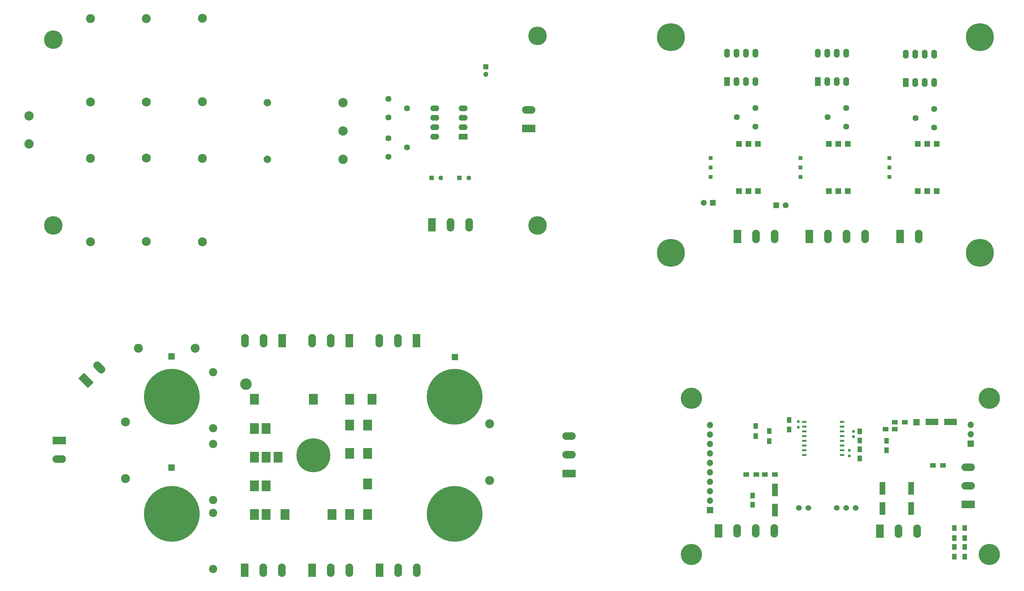
<source format=gts>
G04 #@! TF.FileFunction,Soldermask,Top*
%FSLAX46Y46*%
G04 Gerber Fmt 4.6, Leading zero omitted, Abs format (unit mm)*
G04 Created by KiCad (PCBNEW 4.0.6) date 2017 August 07, Monday 22:44:53*
%MOMM*%
%LPD*%
G01*
G04 APERTURE LIST*
%ADD10C,0.100000*%
%ADD11R,2.100000X3.600000*%
%ADD12O,2.100000X3.600000*%
%ADD13R,2.400000X1.600000*%
%ADD14O,2.400000X1.600000*%
%ADD15R,1.350000X1.350000*%
%ADD16O,1.350000X1.350000*%
%ADD17R,3.600000X2.100000*%
%ADD18O,3.600000X2.100000*%
%ADD19C,2.400000*%
%ADD20O,2.400000X2.400000*%
%ADD21C,2.500000*%
%ADD22R,1.300000X1.300000*%
%ADD23C,1.300000*%
%ADD24C,5.000000*%
%ADD25C,2.000000*%
%ADD26C,1.620000*%
%ADD27C,9.100000*%
%ADD28R,2.400000X3.000000*%
%ADD29C,3.100000*%
%ADD30R,1.700000X1.700000*%
%ADD31C,2.200000*%
%ADD32C,15.000000*%
%ADD33C,2.100000*%
%ADD34O,1.700000X1.700000*%
%ADD35R,1.250000X1.500000*%
%ADD36R,1.500000X1.250000*%
%ADD37R,1.500000X1.300000*%
%ADD38R,3.500000X1.800000*%
%ADD39R,1.300000X1.500000*%
%ADD40R,1.143000X0.508000*%
%ADD41R,1.600000X3.500000*%
%ADD42C,1.524000*%
%ADD43C,5.700000*%
%ADD44R,0.750000X0.800000*%
%ADD45R,1.600000X2.400000*%
%ADD46O,1.600000X2.400000*%
%ADD47R,1.600000X1.600000*%
%ADD48C,1.600000*%
%ADD49R,1.100000X1.100000*%
%ADD50R,1.500000X1.500000*%
%ADD51C,7.500000*%
G04 APERTURE END LIST*
D10*
D11*
X131445000Y-79476600D03*
D12*
X136445000Y-79476600D03*
X141445000Y-79476600D03*
D13*
X139827000Y-55753000D03*
D14*
X132207000Y-48133000D03*
X139827000Y-53213000D03*
X132207000Y-50673000D03*
X139827000Y-50673000D03*
X132207000Y-53213000D03*
X139827000Y-48133000D03*
X132207000Y-55753000D03*
D15*
X145923000Y-36957000D03*
D16*
X145923000Y-38957000D03*
D17*
X157454600Y-53568600D03*
D18*
X157454600Y-48568600D03*
D19*
X39751000Y-61595000D03*
D20*
X39751000Y-83995000D03*
D19*
X39769000Y-46431200D03*
D20*
X39769000Y-24031200D03*
D19*
X54769000Y-83947000D03*
D20*
X54769000Y-61547000D03*
D19*
X54769000Y-24003000D03*
D20*
X54769000Y-46403000D03*
D19*
X69769000Y-61595000D03*
D20*
X69769000Y-83995000D03*
D19*
X69769000Y-46355000D03*
D20*
X69769000Y-23955000D03*
D21*
X23241000Y-57665000D03*
X23241000Y-50165000D03*
D22*
X131318000Y-66802000D03*
D23*
X133818000Y-66802000D03*
D22*
X138811000Y-66802000D03*
D23*
X141311000Y-66802000D03*
D24*
X159769000Y-28645000D03*
X159769000Y-79645000D03*
X29769000Y-79645000D03*
X29769000Y-29645000D03*
D25*
X87249000Y-61849000D03*
X87249000Y-46609000D03*
D21*
X107569000Y-61849000D03*
X107569000Y-54229000D03*
X107569000Y-46609000D03*
D26*
X119735600Y-45596800D03*
X124735600Y-48096800D03*
X119735600Y-50596800D03*
X119735600Y-56163200D03*
X124735600Y-58663200D03*
X119735600Y-61163200D03*
D27*
X99562000Y-141402000D03*
D28*
X83762000Y-126372000D03*
X83762000Y-149632000D03*
X83762000Y-134222000D03*
X86942000Y-149632000D03*
X86942000Y-134222000D03*
X83762000Y-141922000D03*
X86942000Y-141922000D03*
X90112000Y-141922000D03*
X83762000Y-157322000D03*
X86942000Y-157322000D03*
X91942000Y-157322000D03*
X99562000Y-126372000D03*
X104562000Y-157322000D03*
X109362000Y-157322000D03*
X114162000Y-157322000D03*
X114162000Y-149122000D03*
X109362000Y-133332000D03*
X109362000Y-126372000D03*
X109362000Y-140922000D03*
X114162000Y-140922000D03*
X114162000Y-133332000D03*
X115362000Y-126372000D03*
D29*
X81462000Y-122302000D03*
D30*
X61518800Y-114858800D03*
X61518800Y-144703800D03*
X137591800Y-114985800D03*
D31*
X72644000Y-171958000D03*
X72644000Y-156958000D03*
X72644000Y-153416000D03*
X72644000Y-138416000D03*
X72644000Y-134112000D03*
X72644000Y-119112000D03*
D19*
X146939000Y-132969000D03*
D20*
X146939000Y-148209000D03*
D19*
X49149000Y-147701000D03*
D20*
X49149000Y-132461000D03*
D19*
X67818000Y-112649000D03*
D20*
X52578000Y-112649000D03*
D32*
X137562000Y-157152000D03*
X137562000Y-125652000D03*
X61562000Y-125652000D03*
X61562000Y-157152000D03*
D11*
X91186000Y-110617000D03*
D12*
X86186000Y-110617000D03*
X81186000Y-110617000D03*
D11*
X81127600Y-172339000D03*
D12*
X86127600Y-172339000D03*
X91127600Y-172339000D03*
D11*
X109220000Y-110617000D03*
D12*
X104220000Y-110617000D03*
X99220000Y-110617000D03*
D11*
X99263200Y-172339000D03*
D12*
X104263200Y-172339000D03*
X109263200Y-172339000D03*
D11*
X127254000Y-110617000D03*
D12*
X122254000Y-110617000D03*
X117254000Y-110617000D03*
D11*
X117348000Y-172339000D03*
D12*
X122348000Y-172339000D03*
X127348000Y-172339000D03*
D17*
X168275000Y-146304000D03*
D18*
X168275000Y-141304000D03*
X168275000Y-136304000D03*
D17*
X31369000Y-137414000D03*
D18*
X31369000Y-142414000D03*
D10*
G36*
X39062130Y-123300254D02*
X36516546Y-120754670D01*
X38001470Y-119269746D01*
X40547054Y-121815330D01*
X39062130Y-123300254D01*
X39062130Y-123300254D01*
G37*
D33*
X41537004Y-117219136D02*
X42597664Y-118279796D01*
D30*
X276092000Y-138329000D03*
D34*
X276092000Y-135789000D03*
X276092000Y-133249000D03*
D17*
X275492000Y-154629000D03*
D18*
X275492000Y-149629000D03*
X275492000Y-144629000D03*
D35*
X227392000Y-134479000D03*
X227392000Y-131979000D03*
D36*
X255742000Y-134429000D03*
X253242000Y-134429000D03*
D35*
X253492000Y-137561000D03*
X253492000Y-140061000D03*
X246316500Y-134957500D03*
X246316500Y-137457500D03*
X246316500Y-139783500D03*
X246316500Y-142283500D03*
D37*
X223536500Y-146558000D03*
X220836500Y-146558000D03*
D38*
X270724000Y-132461000D03*
X265724000Y-132461000D03*
D30*
X206092000Y-156129000D03*
D34*
X206092000Y-153589000D03*
X206092000Y-151049000D03*
X206092000Y-148509000D03*
X206092000Y-145969000D03*
X206092000Y-143429000D03*
X206092000Y-140889000D03*
X206092000Y-138349000D03*
X206092000Y-135809000D03*
X206092000Y-133269000D03*
D11*
X208407000Y-161734500D03*
D12*
X213407000Y-161734500D03*
X218407000Y-161734500D03*
X223407000Y-161734500D03*
D11*
X251714000Y-161861500D03*
D12*
X256714000Y-161861500D03*
X261714000Y-161861500D03*
D39*
X218376500Y-133587500D03*
X218376500Y-136287500D03*
D37*
X215820000Y-146558000D03*
X218520000Y-146558000D03*
D39*
X221996000Y-134921000D03*
X221996000Y-137621000D03*
D37*
X258442000Y-132529000D03*
X255742000Y-132529000D03*
X265985000Y-144145000D03*
X268685000Y-144145000D03*
D39*
X271742000Y-161029000D03*
X271742000Y-163729000D03*
X274492000Y-163729000D03*
X274492000Y-161029000D03*
D30*
X261592000Y-132529000D03*
D40*
X231394000Y-132461000D03*
X231394000Y-133731000D03*
X231394000Y-135001000D03*
X231394000Y-136271000D03*
X231394000Y-137541000D03*
X231394000Y-138811000D03*
X231394000Y-140081000D03*
X231394000Y-141351000D03*
X241554000Y-141351000D03*
X241554000Y-140081000D03*
X241554000Y-138811000D03*
X241554000Y-137541000D03*
X241554000Y-136271000D03*
X241554000Y-135001000D03*
X241554000Y-133731000D03*
X241554000Y-132461000D03*
D41*
X223583500Y-156179500D03*
X223583500Y-150779500D03*
D35*
X217551000Y-154729500D03*
X217551000Y-152229500D03*
D41*
X252412500Y-150335000D03*
X252412500Y-155735000D03*
X260096000Y-155735000D03*
X260096000Y-150335000D03*
D39*
X271742000Y-168729000D03*
X271742000Y-166029000D03*
X274492000Y-168729000D03*
X274492000Y-166029000D03*
D42*
X229997000Y-155575000D03*
X232537000Y-155575000D03*
X240157000Y-155575000D03*
X242697000Y-155575000D03*
X245237000Y-155575000D03*
D43*
X201092000Y-126129000D03*
X201092000Y-168129000D03*
X281092000Y-126129000D03*
X281092000Y-168129000D03*
D44*
X229792000Y-133879000D03*
X229792000Y-132379000D03*
X244592000Y-134979000D03*
X244592000Y-136479000D03*
X243492000Y-140079000D03*
X243492000Y-141579000D03*
D11*
X213487000Y-82550000D03*
D12*
X218487000Y-82550000D03*
X223487000Y-82550000D03*
D11*
X232791000Y-82550000D03*
D12*
X237791000Y-82550000D03*
X242791000Y-82550000D03*
X247791000Y-82550000D03*
D11*
X257175000Y-82550000D03*
D12*
X262175000Y-82550000D03*
D45*
X235077000Y-40894000D03*
D46*
X242697000Y-33274000D03*
X237617000Y-40894000D03*
X240157000Y-33274000D03*
X240157000Y-40894000D03*
X237617000Y-33274000D03*
X242697000Y-40894000D03*
X235077000Y-33274000D03*
D45*
X258699000Y-41148000D03*
D46*
X266319000Y-33528000D03*
X261239000Y-41148000D03*
X263779000Y-33528000D03*
X263779000Y-41148000D03*
X261239000Y-33528000D03*
X266319000Y-41148000D03*
X258699000Y-33528000D03*
D45*
X210693000Y-40894000D03*
D46*
X218313000Y-33274000D03*
X213233000Y-40894000D03*
X215773000Y-33274000D03*
X215773000Y-40894000D03*
X213233000Y-33274000D03*
X218313000Y-40894000D03*
X210693000Y-33274000D03*
D47*
X206883000Y-73533000D03*
D48*
X204383000Y-73533000D03*
D47*
X223901000Y-74168000D03*
D48*
X226401000Y-74168000D03*
D26*
X218313000Y-53006000D03*
X213313000Y-50506000D03*
X218313000Y-48006000D03*
X242697000Y-53006000D03*
X237697000Y-50506000D03*
X242697000Y-48006000D03*
X266319000Y-53260000D03*
X261319000Y-50760000D03*
X266319000Y-48260000D03*
D49*
X230441000Y-66548000D03*
X230441000Y-61468000D03*
X230441000Y-64008000D03*
D50*
X243141000Y-70358000D03*
X240601000Y-70358000D03*
X238061000Y-70358000D03*
X243141000Y-57658000D03*
X240601000Y-57658000D03*
X238061000Y-57658000D03*
D49*
X254317000Y-66548000D03*
X254317000Y-61468000D03*
X254317000Y-64008000D03*
D50*
X267017000Y-70358000D03*
X264477000Y-70358000D03*
X261937000Y-70358000D03*
X267017000Y-57658000D03*
X264477000Y-57658000D03*
X261937000Y-57658000D03*
D49*
X206311000Y-66548000D03*
X206311000Y-61468000D03*
X206311000Y-64008000D03*
D50*
X219011000Y-70358000D03*
X216471000Y-70358000D03*
X213931000Y-70358000D03*
X219011000Y-57658000D03*
X216471000Y-57658000D03*
X213931000Y-57658000D03*
D51*
X195573000Y-28976000D03*
X278573000Y-28976000D03*
X195573000Y-86976000D03*
X278573000Y-86976000D03*
M02*

</source>
